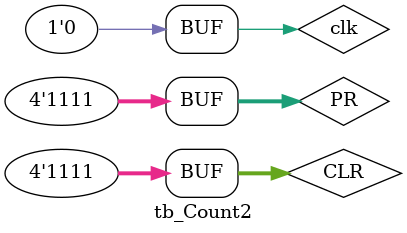
<source format=v>
module Dffpc(clk, PR, CLR, D, Q);
    input D, clk, PR, CLR;
    output Q;
    reg Q;

    always @(posedge clk or negedge PR or negedge CLR)
        if(!PR)   Q <= 1;
        else if (!CLR)    Q <= 0;
        else Q <= D;

endmodule // Dffpc

module Count2(clk, PR, CLR, Q);
    input clk;
    input [3:0] PR, CLR;
    output [3:0]Q;
    wire [3:0]D;

    assign D[3] = Q[3]&~Q[2] | Q[3]&~Q[1] | Q[3]&~Q[0] | ~Q[3]&Q[2]&Q[1]&Q[0];
    assign D[2] = Q[2]&~Q[1] | Q[2]&~Q[0] | ~Q[3]&~Q[2]&Q[1] | ~Q[2]&Q[1]&Q[0];
    assign D[1] = ~Q[1]&Q[0] | Q[2]&Q[1]&~Q[0] | Q[3]&~Q[2]&~Q[0];
    assign D[0] = Q[2]&~Q[0] | ~Q[3]&~Q[1]&~Q[0] | ~Q[3]&Q[2]&~Q[1] | Q[3]&~Q[2]&Q[1];

    Dffpc D3 (clk, PR[3], CLR[3], D[3], Q[3]);
    Dffpc D2 (clk, PR[2], CLR[2], D[2], Q[2]);
    Dffpc D1 (clk, PR[1], CLR[1], D[1], Q[1]);        
    Dffpc D0 (clk, PR[0], CLR[0], D[0], Q[0]);

endmodule // Count2

module tb_Count2;
    reg [3:0] CLR, PR;
    reg clk;
    wire [3:0]Q;

    Count2 C2(clk, PR, CLR, Q);

    initial begin
        clk = 1'b0; CLR = 4'b1000; PR = 4'b0111;
        #30 CLR = 4'b1111; PR = 4'b1111;
        repeat(32)
        #20 clk = ~clk;
    end

endmodule // tb_Count2
    // assign D[3] = (~Q[2]&Q[1]) | (Q[3]&~Q[1]) | (Q[3]&~Q[0]);
    // assign D[2] = (Q[2]&~Q[1]) | (Q[2]&~Q[0]) | (~Q[2]&Q[1]&Q[0]);
    // assign D[1] = (Q[1]^Q[0]);
    // assign D[0] = ~Q[0] | (~Q[2]&Q[1]) | (~Q[3]&Q[2]);

</source>
